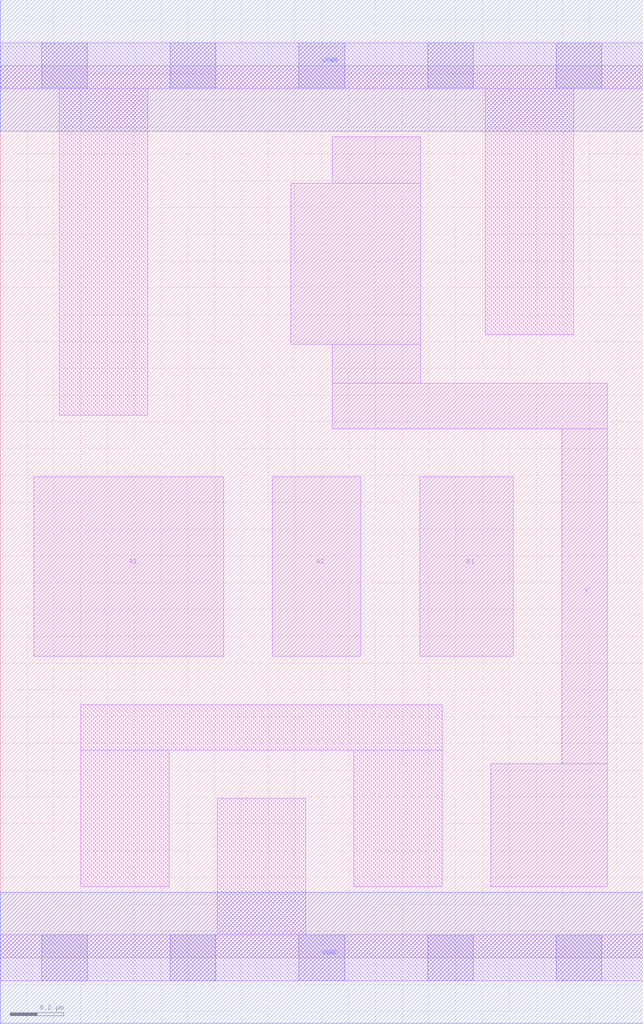
<source format=lef>
# Copyright 2020 The SkyWater PDK Authors
#
# Licensed under the Apache License, Version 2.0 (the "License");
# you may not use this file except in compliance with the License.
# You may obtain a copy of the License at
#
#     https://www.apache.org/licenses/LICENSE-2.0
#
# Unless required by applicable law or agreed to in writing, software
# distributed under the License is distributed on an "AS IS" BASIS,
# WITHOUT WARRANTIES OR CONDITIONS OF ANY KIND, either express or implied.
# See the License for the specific language governing permissions and
# limitations under the License.
#
# SPDX-License-Identifier: Apache-2.0

VERSION 5.7 ;
  NAMESCASESENSITIVE ON ;
  NOWIREEXTENSIONATPIN ON ;
  DIVIDERCHAR "/" ;
  BUSBITCHARS "[]" ;
UNITS
  DATABASE MICRONS 200 ;
END UNITS
MACRO sky130_fd_sc_lp__o21ai_lp
  CLASS CORE ;
  FOREIGN sky130_fd_sc_lp__o21ai_lp ;
  ORIGIN  0.000000  0.000000 ;
  SIZE  2.400000 BY  3.330000 ;
  SYMMETRY X Y R90 ;
  SITE unit ;
  PIN A1
    ANTENNAGATEAREA  0.313000 ;
    DIRECTION INPUT ;
    USE SIGNAL ;
    PORT
      LAYER li1 ;
        RECT 0.125000 1.125000 0.835000 1.795000 ;
    END
  END A1
  PIN A2
    ANTENNAGATEAREA  0.313000 ;
    DIRECTION INPUT ;
    USE SIGNAL ;
    PORT
      LAYER li1 ;
        RECT 1.015000 1.125000 1.345000 1.795000 ;
    END
  END A2
  PIN B1
    ANTENNAGATEAREA  0.313000 ;
    DIRECTION INPUT ;
    USE SIGNAL ;
    PORT
      LAYER li1 ;
        RECT 1.565000 1.125000 1.915000 1.795000 ;
    END
  END B1
  PIN Y
    ANTENNADIFFAREA  0.473300 ;
    DIRECTION OUTPUT ;
    USE SIGNAL ;
    PORT
      LAYER li1 ;
        RECT 1.085000 2.290000 1.570000 2.890000 ;
        RECT 1.240000 1.975000 2.265000 2.145000 ;
        RECT 1.240000 2.145000 1.570000 2.290000 ;
        RECT 1.240000 2.890000 1.570000 3.065000 ;
        RECT 1.830000 0.265000 2.265000 0.725000 ;
        RECT 2.095000 0.725000 2.265000 1.975000 ;
    END
  END Y
  PIN VGND
    DIRECTION INOUT ;
    USE GROUND ;
    PORT
      LAYER met1 ;
        RECT 0.000000 -0.245000 2.400000 0.245000 ;
    END
  END VGND
  PIN VPWR
    DIRECTION INOUT ;
    USE POWER ;
    PORT
      LAYER met1 ;
        RECT 0.000000 3.085000 2.400000 3.575000 ;
    END
  END VPWR
  OBS
    LAYER li1 ;
      RECT 0.000000 -0.085000 2.400000 0.085000 ;
      RECT 0.000000  3.245000 2.400000 3.415000 ;
      RECT 0.220000  2.025000 0.550000 3.245000 ;
      RECT 0.300000  0.265000 0.630000 0.775000 ;
      RECT 0.300000  0.775000 1.650000 0.945000 ;
      RECT 0.810000  0.085000 1.140000 0.595000 ;
      RECT 1.320000  0.265000 1.650000 0.775000 ;
      RECT 1.810000  2.325000 2.140000 3.245000 ;
    LAYER mcon ;
      RECT 0.155000 -0.085000 0.325000 0.085000 ;
      RECT 0.155000  3.245000 0.325000 3.415000 ;
      RECT 0.635000 -0.085000 0.805000 0.085000 ;
      RECT 0.635000  3.245000 0.805000 3.415000 ;
      RECT 1.115000 -0.085000 1.285000 0.085000 ;
      RECT 1.115000  3.245000 1.285000 3.415000 ;
      RECT 1.595000 -0.085000 1.765000 0.085000 ;
      RECT 1.595000  3.245000 1.765000 3.415000 ;
      RECT 2.075000 -0.085000 2.245000 0.085000 ;
      RECT 2.075000  3.245000 2.245000 3.415000 ;
  END
END sky130_fd_sc_lp__o21ai_lp
END LIBRARY

</source>
